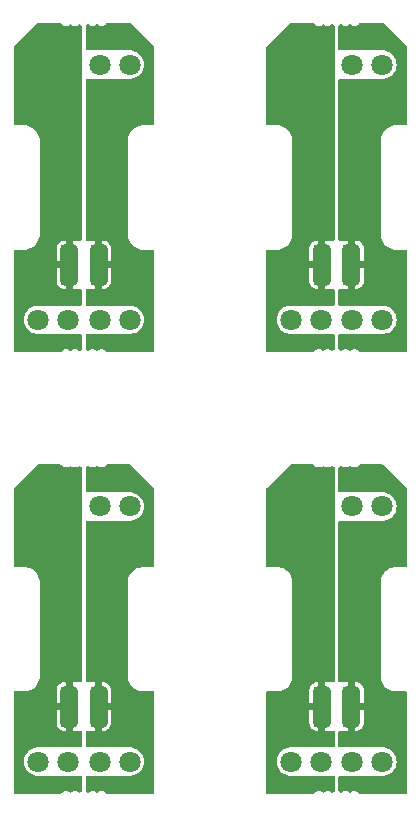
<source format=gbl>
G04 #@! TF.GenerationSoftware,KiCad,Pcbnew,(7.0.0-0)*
G04 #@! TF.CreationDate,2025-08-17T10:04:58+12:00*
G04 #@! TF.ProjectId,signal_panelized_X4,7369676e-616c-45f7-9061-6e656c697a65,rev?*
G04 #@! TF.SameCoordinates,Original*
G04 #@! TF.FileFunction,Copper,L2,Bot*
G04 #@! TF.FilePolarity,Positive*
%FSLAX46Y46*%
G04 Gerber Fmt 4.6, Leading zero omitted, Abs format (unit mm)*
G04 Created by KiCad (PCBNEW (7.0.0-0)) date 2025-08-17 10:04:58*
%MOMM*%
%LPD*%
G01*
G04 APERTURE LIST*
G04 Aperture macros list*
%AMRoundRect*
0 Rectangle with rounded corners*
0 $1 Rounding radius*
0 $2 $3 $4 $5 $6 $7 $8 $9 X,Y pos of 4 corners*
0 Add a 4 corners polygon primitive as box body*
4,1,4,$2,$3,$4,$5,$6,$7,$8,$9,$2,$3,0*
0 Add four circle primitives for the rounded corners*
1,1,$1+$1,$2,$3*
1,1,$1+$1,$4,$5*
1,1,$1+$1,$6,$7*
1,1,$1+$1,$8,$9*
0 Add four rect primitives between the rounded corners*
20,1,$1+$1,$2,$3,$4,$5,0*
20,1,$1+$1,$4,$5,$6,$7,0*
20,1,$1+$1,$6,$7,$8,$9,0*
20,1,$1+$1,$8,$9,$2,$3,0*%
G04 Aperture macros list end*
G04 #@! TA.AperFunction,ComponentPad*
%ADD10C,1.800000*%
G04 #@! TD*
G04 #@! TA.AperFunction,SMDPad,CuDef*
%ADD11RoundRect,0.375000X-0.375000X-1.375000X0.375000X-1.375000X0.375000X1.375000X-0.375000X1.375000X0*%
G04 #@! TD*
G04 #@! TA.AperFunction,ViaPad*
%ADD12C,0.600000*%
G04 #@! TD*
G04 APERTURE END LIST*
D10*
X174120000Y-123850000D03*
X171580000Y-123850000D03*
X176780000Y-102250000D03*
X179320000Y-102250000D03*
D11*
X176700000Y-119200000D03*
X174200000Y-119200000D03*
D10*
X176780000Y-123850000D03*
X179320000Y-123850000D03*
X155380000Y-123850000D03*
X157920000Y-123850000D03*
X155380000Y-102250000D03*
X157920000Y-102250000D03*
X152720000Y-123850000D03*
X150180000Y-123850000D03*
D11*
X155300000Y-119200000D03*
X152800000Y-119200000D03*
X176700000Y-81800000D03*
X174200000Y-81800000D03*
D10*
X176780000Y-64850000D03*
X179320000Y-64850000D03*
X176780000Y-86450000D03*
X179320000Y-86450000D03*
X174120000Y-86450000D03*
X171580000Y-86450000D03*
D11*
X155300000Y-81800000D03*
X152800000Y-81800000D03*
D10*
X152720000Y-86450000D03*
X150180000Y-86450000D03*
X155380000Y-64850000D03*
X157920000Y-64850000D03*
X155380000Y-86450000D03*
X157920000Y-86450000D03*
D12*
X177100000Y-112650000D03*
X173800000Y-112650000D03*
X176300000Y-112650000D03*
X174600000Y-112650000D03*
X173000000Y-112650000D03*
X177900000Y-112650000D03*
X153200000Y-112650000D03*
X154900000Y-112650000D03*
X155700000Y-112650000D03*
X151600000Y-112650000D03*
X156500000Y-112650000D03*
X152400000Y-112650000D03*
X174600000Y-75250000D03*
X176300000Y-75250000D03*
X177100000Y-75250000D03*
X173000000Y-75250000D03*
X177900000Y-75250000D03*
X173800000Y-75250000D03*
X155700000Y-75250000D03*
X154900000Y-75250000D03*
X156500000Y-75250000D03*
X151600000Y-75250000D03*
X153200000Y-75250000D03*
X152400000Y-75250000D03*
G04 #@! TA.AperFunction,Conductor*
G36*
X157968242Y-61308034D02*
G01*
X158000360Y-61329494D01*
X159970504Y-63299638D01*
X159991964Y-63331756D01*
X159999500Y-63369642D01*
X159999500Y-69900500D01*
X159986237Y-69950000D01*
X159950000Y-69986237D01*
X159900500Y-69999500D01*
X159094170Y-69999500D01*
X159050000Y-69999500D01*
X158951583Y-69999500D01*
X158947739Y-70000108D01*
X158947736Y-70000109D01*
X158761020Y-70029681D01*
X158761009Y-70029683D01*
X158757174Y-70030291D01*
X158753479Y-70031491D01*
X158753473Y-70031493D01*
X158573674Y-70089913D01*
X158573661Y-70089918D01*
X158569975Y-70091116D01*
X158566513Y-70092879D01*
X158566508Y-70092882D01*
X158398061Y-70178709D01*
X158398051Y-70178714D01*
X158394595Y-70180476D01*
X158391451Y-70182759D01*
X158391448Y-70182762D01*
X158238493Y-70293891D01*
X158238490Y-70293893D01*
X158235354Y-70296172D01*
X158232616Y-70298909D01*
X158232610Y-70298915D01*
X158098915Y-70432610D01*
X158098909Y-70432616D01*
X158096172Y-70435354D01*
X158093893Y-70438490D01*
X158093891Y-70438493D01*
X158045275Y-70505408D01*
X157980476Y-70594595D01*
X157978714Y-70598051D01*
X157978709Y-70598061D01*
X157892882Y-70766508D01*
X157892879Y-70766513D01*
X157891116Y-70769975D01*
X157889918Y-70773661D01*
X157889913Y-70773674D01*
X157831493Y-70953473D01*
X157831491Y-70953479D01*
X157830291Y-70957174D01*
X157829683Y-70961009D01*
X157829681Y-70961020D01*
X157807071Y-71103780D01*
X157799500Y-71151583D01*
X157799500Y-71225326D01*
X157799500Y-79205830D01*
X157799500Y-79250000D01*
X157799500Y-79348417D01*
X157800108Y-79352261D01*
X157800109Y-79352263D01*
X157829681Y-79538979D01*
X157829683Y-79538987D01*
X157830291Y-79542826D01*
X157831492Y-79546523D01*
X157831493Y-79546526D01*
X157889913Y-79726325D01*
X157889916Y-79726333D01*
X157891116Y-79730025D01*
X157892881Y-79733490D01*
X157892882Y-79733491D01*
X157974653Y-79893978D01*
X157980476Y-79905405D01*
X158096172Y-80064646D01*
X158235354Y-80203828D01*
X158394595Y-80319524D01*
X158569975Y-80408884D01*
X158757174Y-80469709D01*
X158951583Y-80500500D01*
X159025326Y-80500500D01*
X159050000Y-80500500D01*
X159094170Y-80500500D01*
X159900500Y-80500500D01*
X159950000Y-80513763D01*
X159986237Y-80550000D01*
X159999500Y-80599500D01*
X159999500Y-89100500D01*
X159986237Y-89150000D01*
X159950000Y-89186236D01*
X159900500Y-89199500D01*
X156050063Y-89199502D01*
X156050045Y-89199500D01*
X156050045Y-89199499D01*
X156050041Y-89199498D01*
X156050034Y-89199498D01*
X156038008Y-89199498D01*
X156029481Y-89197321D01*
X156029320Y-89197304D01*
X156029306Y-89197301D01*
X156029311Y-89197277D01*
X155990566Y-89187386D01*
X155954733Y-89154023D01*
X155932143Y-89118872D01*
X155823373Y-89024623D01*
X155816926Y-89021678D01*
X155816925Y-89021678D01*
X155698902Y-88967778D01*
X155698899Y-88967777D01*
X155692457Y-88964835D01*
X155685446Y-88963827D01*
X155685443Y-88963826D01*
X155589308Y-88950004D01*
X155589300Y-88950003D01*
X155585799Y-88949500D01*
X155514201Y-88949500D01*
X155510700Y-88950003D01*
X155510691Y-88950004D01*
X155414556Y-88963826D01*
X155414551Y-88963827D01*
X155407543Y-88964835D01*
X155401102Y-88967776D01*
X155401097Y-88967778D01*
X155283070Y-89021680D01*
X155283067Y-89021681D01*
X155276627Y-89024623D01*
X155271279Y-89029256D01*
X155271274Y-89029260D01*
X155239827Y-89056509D01*
X155198337Y-89077898D01*
X155151657Y-89077897D01*
X155110167Y-89056507D01*
X155078728Y-89029265D01*
X155078727Y-89029264D01*
X155073373Y-89024625D01*
X155066926Y-89021680D01*
X155066925Y-89021680D01*
X154948902Y-88967780D01*
X154948899Y-88967779D01*
X154942457Y-88964837D01*
X154935446Y-88963829D01*
X154935443Y-88963828D01*
X154839308Y-88950006D01*
X154839300Y-88950005D01*
X154835799Y-88949502D01*
X154764201Y-88949502D01*
X154760700Y-88950005D01*
X154760691Y-88950006D01*
X154664556Y-88963828D01*
X154664551Y-88963829D01*
X154657543Y-88964837D01*
X154651102Y-88967778D01*
X154651097Y-88967780D01*
X154533067Y-89021683D01*
X154533062Y-89021686D01*
X154526627Y-89024625D01*
X154521279Y-89029258D01*
X154521274Y-89029262D01*
X154489839Y-89056500D01*
X154448349Y-89077889D01*
X154401669Y-89077889D01*
X154360179Y-89056500D01*
X154328746Y-89029264D01*
X154328741Y-89029260D01*
X154323391Y-89024625D01*
X154316949Y-89021683D01*
X154316946Y-89021681D01*
X154257873Y-88994703D01*
X154215716Y-88958173D01*
X154200000Y-88904650D01*
X154200000Y-87749000D01*
X154213263Y-87699500D01*
X154249500Y-87663263D01*
X154299000Y-87650000D01*
X155263359Y-87650000D01*
X155266976Y-87650167D01*
X155268757Y-87650500D01*
X155486668Y-87650500D01*
X155491243Y-87650500D01*
X155493023Y-87650167D01*
X155496641Y-87650000D01*
X157803359Y-87650000D01*
X157806976Y-87650167D01*
X157808757Y-87650500D01*
X158026660Y-87650500D01*
X158031243Y-87650500D01*
X158249940Y-87609618D01*
X158457401Y-87529247D01*
X158646562Y-87412124D01*
X158810981Y-87262236D01*
X158945058Y-87084689D01*
X159044229Y-86885528D01*
X159105115Y-86671536D01*
X159125643Y-86450000D01*
X159105115Y-86228464D01*
X159044229Y-86014472D01*
X158945058Y-85815311D01*
X158810981Y-85637764D01*
X158646562Y-85487876D01*
X158457401Y-85370753D01*
X158453138Y-85369101D01*
X158453133Y-85369099D01*
X158254209Y-85292035D01*
X158254201Y-85292032D01*
X158249940Y-85290382D01*
X158245436Y-85289540D01*
X158035749Y-85250342D01*
X158035745Y-85250341D01*
X158031243Y-85249500D01*
X157808757Y-85249500D01*
X157806976Y-85249832D01*
X157803359Y-85250000D01*
X155496641Y-85250000D01*
X155493023Y-85249832D01*
X155491243Y-85249500D01*
X155268757Y-85249500D01*
X155266976Y-85249832D01*
X155263359Y-85250000D01*
X154299000Y-85250000D01*
X154249500Y-85236737D01*
X154213263Y-85200500D01*
X154200000Y-85151000D01*
X154200000Y-83949000D01*
X154213263Y-83899500D01*
X154249500Y-83863263D01*
X154299000Y-83850000D01*
X154986967Y-83850000D01*
X154997245Y-83847245D01*
X155000000Y-83836967D01*
X155000000Y-83836966D01*
X155600000Y-83836966D01*
X155602754Y-83847244D01*
X155613033Y-83849999D01*
X155727327Y-83849999D01*
X155731779Y-83849797D01*
X155792353Y-83844293D01*
X155802564Y-83842262D01*
X155948340Y-83796837D01*
X155959193Y-83791952D01*
X156089218Y-83713349D01*
X156098573Y-83706021D01*
X156206021Y-83598573D01*
X156213349Y-83589218D01*
X156291952Y-83459193D01*
X156296837Y-83448340D01*
X156342261Y-83302567D01*
X156344293Y-83292352D01*
X156349796Y-83231798D01*
X156350000Y-83227307D01*
X156350000Y-82113033D01*
X156347245Y-82102754D01*
X156336967Y-82100000D01*
X155613033Y-82100000D01*
X155602754Y-82102754D01*
X155600000Y-82113033D01*
X155600000Y-83836966D01*
X155000000Y-83836966D01*
X155000000Y-81486967D01*
X155600000Y-81486967D01*
X155602754Y-81497245D01*
X155613033Y-81500000D01*
X156336966Y-81500000D01*
X156347244Y-81497245D01*
X156349999Y-81486967D01*
X156349999Y-80372673D01*
X156349797Y-80368220D01*
X156344293Y-80307646D01*
X156342262Y-80297435D01*
X156296837Y-80151659D01*
X156291952Y-80140806D01*
X156213349Y-80010781D01*
X156206021Y-80001426D01*
X156098573Y-79893978D01*
X156089218Y-79886650D01*
X155959193Y-79808047D01*
X155948340Y-79803162D01*
X155802567Y-79757738D01*
X155792352Y-79755706D01*
X155731798Y-79750203D01*
X155727307Y-79750000D01*
X155613033Y-79750000D01*
X155602754Y-79752754D01*
X155600000Y-79763033D01*
X155600000Y-81486967D01*
X155000000Y-81486967D01*
X155000000Y-79763034D01*
X154997245Y-79752755D01*
X154986967Y-79750001D01*
X154950004Y-79750001D01*
X154950000Y-79750001D01*
X154950000Y-79750000D01*
X154299000Y-79750000D01*
X154249500Y-79736737D01*
X154213263Y-79700500D01*
X154200000Y-79651000D01*
X154200000Y-66149000D01*
X154213263Y-66099500D01*
X154249500Y-66063263D01*
X154299000Y-66050000D01*
X155263359Y-66050000D01*
X155266976Y-66050167D01*
X155268757Y-66050500D01*
X155486668Y-66050500D01*
X155491243Y-66050500D01*
X155493023Y-66050167D01*
X155496641Y-66050000D01*
X157803359Y-66050000D01*
X157806976Y-66050167D01*
X157808757Y-66050500D01*
X158026660Y-66050500D01*
X158031243Y-66050500D01*
X158249940Y-66009618D01*
X158457401Y-65929247D01*
X158646562Y-65812124D01*
X158810981Y-65662236D01*
X158945058Y-65484689D01*
X159044229Y-65285528D01*
X159105115Y-65071536D01*
X159125643Y-64850000D01*
X159105115Y-64628464D01*
X159044229Y-64414472D01*
X158945058Y-64215311D01*
X158810981Y-64037764D01*
X158646562Y-63887876D01*
X158457401Y-63770753D01*
X158453138Y-63769101D01*
X158453133Y-63769099D01*
X158254209Y-63692035D01*
X158254201Y-63692032D01*
X158249940Y-63690382D01*
X158245436Y-63689540D01*
X158035749Y-63650342D01*
X158035745Y-63650341D01*
X158031243Y-63649500D01*
X157808757Y-63649500D01*
X157806976Y-63649832D01*
X157803359Y-63650000D01*
X155496641Y-63650000D01*
X155493023Y-63649832D01*
X155491243Y-63649500D01*
X155268757Y-63649500D01*
X155266976Y-63649832D01*
X155263359Y-63650000D01*
X154299000Y-63650000D01*
X154249500Y-63636737D01*
X154213263Y-63600500D01*
X154200000Y-63551000D01*
X154200000Y-61595333D01*
X154215716Y-61541810D01*
X154257873Y-61505280D01*
X154259123Y-61504708D01*
X154323355Y-61475375D01*
X154360162Y-61443481D01*
X154401651Y-61422093D01*
X154448331Y-61422093D01*
X154489819Y-61443481D01*
X154526627Y-61475375D01*
X154657543Y-61535163D01*
X154764201Y-61550498D01*
X154832256Y-61550498D01*
X154835799Y-61550498D01*
X154942457Y-61535163D01*
X155073373Y-61475375D01*
X155110169Y-61443490D01*
X155151660Y-61422101D01*
X155198340Y-61422101D01*
X155239830Y-61443490D01*
X155276627Y-61475375D01*
X155407543Y-61535163D01*
X155514201Y-61550498D01*
X155582256Y-61550498D01*
X155585799Y-61550498D01*
X155692457Y-61535163D01*
X155823373Y-61475375D01*
X155932143Y-61381126D01*
X155954732Y-61345975D01*
X155990569Y-61312608D01*
X156038015Y-61300498D01*
X157930360Y-61300498D01*
X157968242Y-61308034D01*
G37*
G04 #@! TD.AperFunction*
G04 #@! TA.AperFunction,Conductor*
G36*
X152049955Y-61300499D02*
G01*
X152049955Y-61300501D01*
X152061983Y-61300501D01*
X152074662Y-61303737D01*
X152075446Y-61303840D01*
X152075461Y-61303844D01*
X152075436Y-61303934D01*
X152109427Y-61312610D01*
X152145265Y-61345976D01*
X152164026Y-61375168D01*
X152164028Y-61375171D01*
X152167857Y-61381128D01*
X152276627Y-61475377D01*
X152407543Y-61535165D01*
X152514201Y-61550500D01*
X152582256Y-61550500D01*
X152585799Y-61550500D01*
X152692457Y-61535165D01*
X152823373Y-61475377D01*
X152860170Y-61443491D01*
X152901661Y-61422102D01*
X152948341Y-61422102D01*
X152989831Y-61443491D01*
X153026627Y-61475375D01*
X153157543Y-61535163D01*
X153264201Y-61550498D01*
X153332256Y-61550498D01*
X153335799Y-61550498D01*
X153442457Y-61535163D01*
X153573373Y-61475375D01*
X153610160Y-61443498D01*
X153651651Y-61422109D01*
X153698331Y-61422109D01*
X153739821Y-61443498D01*
X153776609Y-61475375D01*
X153783050Y-61478316D01*
X153783051Y-61478317D01*
X153842127Y-61505297D01*
X153884284Y-61541827D01*
X153900000Y-61595350D01*
X153900000Y-79651000D01*
X153886737Y-79700500D01*
X153850500Y-79736737D01*
X153801000Y-79750000D01*
X153113033Y-79750000D01*
X153102754Y-79752754D01*
X153100000Y-79763033D01*
X153100000Y-83836966D01*
X153102754Y-83847244D01*
X153113033Y-83849999D01*
X153149996Y-83849999D01*
X153150000Y-83850000D01*
X153150004Y-83850000D01*
X153801000Y-83850000D01*
X153850500Y-83863263D01*
X153886737Y-83899500D01*
X153900000Y-83949000D01*
X153900000Y-85151000D01*
X153886737Y-85200500D01*
X153850500Y-85236737D01*
X153801000Y-85250000D01*
X152836641Y-85250000D01*
X152833023Y-85249832D01*
X152831243Y-85249500D01*
X152608757Y-85249500D01*
X152606976Y-85249832D01*
X152603359Y-85250000D01*
X150296641Y-85250000D01*
X150293023Y-85249832D01*
X150291243Y-85249500D01*
X150068757Y-85249500D01*
X150064255Y-85250341D01*
X150064250Y-85250342D01*
X149854563Y-85289540D01*
X149854560Y-85289540D01*
X149850060Y-85290382D01*
X149845801Y-85292031D01*
X149845790Y-85292035D01*
X149646866Y-85369099D01*
X149646857Y-85369103D01*
X149642599Y-85370753D01*
X149638713Y-85373158D01*
X149638709Y-85373161D01*
X149457326Y-85485468D01*
X149457321Y-85485471D01*
X149453438Y-85487876D01*
X149450063Y-85490952D01*
X149450056Y-85490958D01*
X149292395Y-85634686D01*
X149289019Y-85637764D01*
X149286268Y-85641406D01*
X149286266Y-85641409D01*
X149157697Y-85811661D01*
X149157690Y-85811670D01*
X149154942Y-85815311D01*
X149152904Y-85819403D01*
X149152902Y-85819407D01*
X149057813Y-86010370D01*
X149057811Y-86010375D01*
X149055771Y-86014472D01*
X149054520Y-86018866D01*
X149054517Y-86018876D01*
X148996135Y-86224068D01*
X148996133Y-86224075D01*
X148994885Y-86228464D01*
X148974357Y-86450000D01*
X148994885Y-86671536D01*
X148996134Y-86675926D01*
X148996135Y-86675931D01*
X149054517Y-86881123D01*
X149054519Y-86881129D01*
X149055771Y-86885528D01*
X149154942Y-87084689D01*
X149157694Y-87088333D01*
X149157697Y-87088338D01*
X149235480Y-87191339D01*
X149289019Y-87262236D01*
X149453438Y-87412124D01*
X149642599Y-87529247D01*
X149646866Y-87530900D01*
X149845790Y-87607964D01*
X149845792Y-87607964D01*
X149850060Y-87609618D01*
X150068757Y-87650500D01*
X150286668Y-87650500D01*
X150291243Y-87650500D01*
X150293023Y-87650167D01*
X150296641Y-87650000D01*
X152603359Y-87650000D01*
X152606976Y-87650167D01*
X152608757Y-87650500D01*
X152826668Y-87650500D01*
X152831243Y-87650500D01*
X152833023Y-87650167D01*
X152836641Y-87650000D01*
X153801000Y-87650000D01*
X153850500Y-87663263D01*
X153886737Y-87699500D01*
X153900000Y-87749000D01*
X153900000Y-88904667D01*
X153884284Y-88958190D01*
X153842127Y-88994720D01*
X153783083Y-89021684D01*
X153783078Y-89021686D01*
X153776645Y-89024625D01*
X153771298Y-89029258D01*
X153771292Y-89029262D01*
X153739839Y-89056516D01*
X153698349Y-89077905D01*
X153651669Y-89077905D01*
X153610179Y-89056516D01*
X153578725Y-89029262D01*
X153578722Y-89029260D01*
X153573373Y-89024625D01*
X153566934Y-89021684D01*
X153566932Y-89021683D01*
X153448902Y-88967780D01*
X153448899Y-88967779D01*
X153442457Y-88964837D01*
X153435446Y-88963829D01*
X153435443Y-88963828D01*
X153339308Y-88950006D01*
X153339300Y-88950005D01*
X153335799Y-88949502D01*
X153264201Y-88949502D01*
X153260700Y-88950005D01*
X153260691Y-88950006D01*
X153164556Y-88963828D01*
X153164551Y-88963829D01*
X153157543Y-88964837D01*
X153151102Y-88967778D01*
X153151097Y-88967780D01*
X153033067Y-89021683D01*
X153033062Y-89021686D01*
X153026627Y-89024625D01*
X153021279Y-89029258D01*
X153021274Y-89029262D01*
X152989830Y-89056508D01*
X152948340Y-89077897D01*
X152901660Y-89077897D01*
X152860170Y-89056508D01*
X152828725Y-89029262D01*
X152828722Y-89029260D01*
X152823373Y-89024625D01*
X152816934Y-89021684D01*
X152816932Y-89021683D01*
X152698902Y-88967780D01*
X152698899Y-88967779D01*
X152692457Y-88964837D01*
X152685446Y-88963829D01*
X152685443Y-88963828D01*
X152589308Y-88950006D01*
X152589300Y-88950005D01*
X152585799Y-88949502D01*
X152514201Y-88949502D01*
X152510700Y-88950005D01*
X152510691Y-88950006D01*
X152414556Y-88963828D01*
X152414551Y-88963829D01*
X152407543Y-88964837D01*
X152401102Y-88967778D01*
X152401097Y-88967780D01*
X152283074Y-89021680D01*
X152283070Y-89021682D01*
X152276627Y-89024625D01*
X152271275Y-89029262D01*
X152271271Y-89029265D01*
X152174991Y-89112692D01*
X152167857Y-89118874D01*
X152164032Y-89124825D01*
X152164030Y-89124828D01*
X152145267Y-89154025D01*
X152109428Y-89187391D01*
X152061983Y-89199501D01*
X148199500Y-89199500D01*
X148150000Y-89186237D01*
X148113763Y-89150000D01*
X148100500Y-89100500D01*
X148100500Y-83227327D01*
X151750001Y-83227327D01*
X151750202Y-83231779D01*
X151755706Y-83292353D01*
X151757737Y-83302564D01*
X151803162Y-83448340D01*
X151808047Y-83459193D01*
X151886650Y-83589218D01*
X151893978Y-83598573D01*
X152001426Y-83706021D01*
X152010781Y-83713349D01*
X152140806Y-83791952D01*
X152151659Y-83796837D01*
X152297432Y-83842261D01*
X152307647Y-83844293D01*
X152368201Y-83849796D01*
X152372693Y-83850000D01*
X152486967Y-83850000D01*
X152497245Y-83847245D01*
X152500000Y-83836967D01*
X152500000Y-82113033D01*
X152497245Y-82102754D01*
X152486967Y-82100000D01*
X151763034Y-82100000D01*
X151752755Y-82102754D01*
X151750001Y-82113033D01*
X151750001Y-83227327D01*
X148100500Y-83227327D01*
X148100500Y-81486967D01*
X151750000Y-81486967D01*
X151752754Y-81497245D01*
X151763033Y-81500000D01*
X152486967Y-81500000D01*
X152497245Y-81497245D01*
X152500000Y-81486967D01*
X152500000Y-79763034D01*
X152497245Y-79752755D01*
X152486967Y-79750001D01*
X152372673Y-79750001D01*
X152368220Y-79750202D01*
X152307646Y-79755706D01*
X152297435Y-79757737D01*
X152151659Y-79803162D01*
X152140806Y-79808047D01*
X152010781Y-79886650D01*
X152001426Y-79893978D01*
X151893978Y-80001426D01*
X151886650Y-80010781D01*
X151808047Y-80140806D01*
X151803162Y-80151659D01*
X151757738Y-80297432D01*
X151755706Y-80307647D01*
X151750203Y-80368201D01*
X151750000Y-80372693D01*
X151750000Y-81486967D01*
X148100500Y-81486967D01*
X148100500Y-80599500D01*
X148113763Y-80550000D01*
X148150000Y-80513763D01*
X148199500Y-80500500D01*
X149144524Y-80500500D01*
X149148417Y-80500500D01*
X149342826Y-80469709D01*
X149530025Y-80408884D01*
X149705405Y-80319524D01*
X149864646Y-80203828D01*
X150003828Y-80064646D01*
X150119524Y-79905405D01*
X150208884Y-79730025D01*
X150269709Y-79542826D01*
X150300500Y-79348417D01*
X150300500Y-79250000D01*
X150300500Y-79205830D01*
X150300500Y-71225326D01*
X150300500Y-71151583D01*
X150269709Y-70957174D01*
X150208884Y-70769975D01*
X150119524Y-70594595D01*
X150003828Y-70435354D01*
X149864646Y-70296172D01*
X149705405Y-70180476D01*
X149701942Y-70178711D01*
X149701938Y-70178709D01*
X149533491Y-70092882D01*
X149533490Y-70092881D01*
X149530025Y-70091116D01*
X149526333Y-70089916D01*
X149526325Y-70089913D01*
X149346526Y-70031493D01*
X149346523Y-70031492D01*
X149342826Y-70030291D01*
X149338987Y-70029683D01*
X149338979Y-70029681D01*
X149152263Y-70000109D01*
X149152261Y-70000108D01*
X149148417Y-69999500D01*
X149144524Y-69999500D01*
X148199500Y-69999500D01*
X148150000Y-69986237D01*
X148113763Y-69950000D01*
X148100500Y-69900500D01*
X148100500Y-63369642D01*
X148108036Y-63331756D01*
X148129496Y-63299638D01*
X148398840Y-63030294D01*
X150099641Y-61329491D01*
X150131756Y-61308034D01*
X150169637Y-61300498D01*
X152049937Y-61300497D01*
X152049955Y-61300499D01*
G37*
G04 #@! TD.AperFunction*
G04 #@! TA.AperFunction,Conductor*
G36*
X173449955Y-61300499D02*
G01*
X173449955Y-61300501D01*
X173461983Y-61300501D01*
X173474662Y-61303737D01*
X173475446Y-61303840D01*
X173475461Y-61303844D01*
X173475436Y-61303934D01*
X173509427Y-61312610D01*
X173545265Y-61345976D01*
X173564026Y-61375168D01*
X173564028Y-61375171D01*
X173567857Y-61381128D01*
X173676627Y-61475377D01*
X173807543Y-61535165D01*
X173914201Y-61550500D01*
X173982256Y-61550500D01*
X173985799Y-61550500D01*
X174092457Y-61535165D01*
X174223373Y-61475377D01*
X174260170Y-61443491D01*
X174301661Y-61422102D01*
X174348341Y-61422102D01*
X174389831Y-61443491D01*
X174426627Y-61475375D01*
X174557543Y-61535163D01*
X174664201Y-61550498D01*
X174732256Y-61550498D01*
X174735799Y-61550498D01*
X174842457Y-61535163D01*
X174973373Y-61475375D01*
X175010160Y-61443498D01*
X175051651Y-61422109D01*
X175098331Y-61422109D01*
X175139821Y-61443498D01*
X175176609Y-61475375D01*
X175183050Y-61478316D01*
X175183051Y-61478317D01*
X175242127Y-61505297D01*
X175284284Y-61541827D01*
X175300000Y-61595350D01*
X175300000Y-79651000D01*
X175286737Y-79700500D01*
X175250500Y-79736737D01*
X175201000Y-79750000D01*
X174513033Y-79750000D01*
X174502754Y-79752754D01*
X174500000Y-79763033D01*
X174500000Y-83836966D01*
X174502754Y-83847244D01*
X174513033Y-83849999D01*
X174549996Y-83849999D01*
X174550000Y-83850000D01*
X174550004Y-83850000D01*
X175201000Y-83850000D01*
X175250500Y-83863263D01*
X175286737Y-83899500D01*
X175300000Y-83949000D01*
X175300000Y-85151000D01*
X175286737Y-85200500D01*
X175250500Y-85236737D01*
X175201000Y-85250000D01*
X174236641Y-85250000D01*
X174233023Y-85249832D01*
X174231243Y-85249500D01*
X174008757Y-85249500D01*
X174006976Y-85249832D01*
X174003359Y-85250000D01*
X171696641Y-85250000D01*
X171693023Y-85249832D01*
X171691243Y-85249500D01*
X171468757Y-85249500D01*
X171464255Y-85250341D01*
X171464250Y-85250342D01*
X171254563Y-85289540D01*
X171254560Y-85289540D01*
X171250060Y-85290382D01*
X171245801Y-85292031D01*
X171245790Y-85292035D01*
X171046866Y-85369099D01*
X171046857Y-85369103D01*
X171042599Y-85370753D01*
X171038713Y-85373158D01*
X171038709Y-85373161D01*
X170857326Y-85485468D01*
X170857321Y-85485471D01*
X170853438Y-85487876D01*
X170850063Y-85490952D01*
X170850056Y-85490958D01*
X170692395Y-85634686D01*
X170689019Y-85637764D01*
X170686268Y-85641406D01*
X170686266Y-85641409D01*
X170557697Y-85811661D01*
X170557690Y-85811670D01*
X170554942Y-85815311D01*
X170552904Y-85819403D01*
X170552902Y-85819407D01*
X170457813Y-86010370D01*
X170457811Y-86010375D01*
X170455771Y-86014472D01*
X170454520Y-86018866D01*
X170454517Y-86018876D01*
X170396135Y-86224068D01*
X170396133Y-86224075D01*
X170394885Y-86228464D01*
X170374357Y-86450000D01*
X170394885Y-86671536D01*
X170396134Y-86675926D01*
X170396135Y-86675931D01*
X170454517Y-86881123D01*
X170454519Y-86881129D01*
X170455771Y-86885528D01*
X170554942Y-87084689D01*
X170557694Y-87088333D01*
X170557697Y-87088338D01*
X170635480Y-87191339D01*
X170689019Y-87262236D01*
X170853438Y-87412124D01*
X171042599Y-87529247D01*
X171046866Y-87530900D01*
X171245790Y-87607964D01*
X171245792Y-87607964D01*
X171250060Y-87609618D01*
X171468757Y-87650500D01*
X171686668Y-87650500D01*
X171691243Y-87650500D01*
X171693023Y-87650167D01*
X171696641Y-87650000D01*
X174003359Y-87650000D01*
X174006976Y-87650167D01*
X174008757Y-87650500D01*
X174226668Y-87650500D01*
X174231243Y-87650500D01*
X174233023Y-87650167D01*
X174236641Y-87650000D01*
X175201000Y-87650000D01*
X175250500Y-87663263D01*
X175286737Y-87699500D01*
X175300000Y-87749000D01*
X175300000Y-88904667D01*
X175284284Y-88958190D01*
X175242127Y-88994720D01*
X175183083Y-89021684D01*
X175183078Y-89021686D01*
X175176645Y-89024625D01*
X175171298Y-89029258D01*
X175171292Y-89029262D01*
X175139839Y-89056516D01*
X175098349Y-89077905D01*
X175051669Y-89077905D01*
X175010179Y-89056516D01*
X174978725Y-89029262D01*
X174978722Y-89029260D01*
X174973373Y-89024625D01*
X174966934Y-89021684D01*
X174966932Y-89021683D01*
X174848902Y-88967780D01*
X174848899Y-88967779D01*
X174842457Y-88964837D01*
X174835446Y-88963829D01*
X174835443Y-88963828D01*
X174739308Y-88950006D01*
X174739300Y-88950005D01*
X174735799Y-88949502D01*
X174664201Y-88949502D01*
X174660700Y-88950005D01*
X174660691Y-88950006D01*
X174564556Y-88963828D01*
X174564551Y-88963829D01*
X174557543Y-88964837D01*
X174551102Y-88967778D01*
X174551097Y-88967780D01*
X174433067Y-89021683D01*
X174433062Y-89021686D01*
X174426627Y-89024625D01*
X174421279Y-89029258D01*
X174421274Y-89029262D01*
X174389830Y-89056508D01*
X174348340Y-89077897D01*
X174301660Y-89077897D01*
X174260170Y-89056508D01*
X174228725Y-89029262D01*
X174228722Y-89029260D01*
X174223373Y-89024625D01*
X174216934Y-89021684D01*
X174216932Y-89021683D01*
X174098902Y-88967780D01*
X174098899Y-88967779D01*
X174092457Y-88964837D01*
X174085446Y-88963829D01*
X174085443Y-88963828D01*
X173989308Y-88950006D01*
X173989300Y-88950005D01*
X173985799Y-88949502D01*
X173914201Y-88949502D01*
X173910700Y-88950005D01*
X173910691Y-88950006D01*
X173814556Y-88963828D01*
X173814551Y-88963829D01*
X173807543Y-88964837D01*
X173801102Y-88967778D01*
X173801097Y-88967780D01*
X173683074Y-89021680D01*
X173683070Y-89021682D01*
X173676627Y-89024625D01*
X173671275Y-89029262D01*
X173671271Y-89029265D01*
X173574991Y-89112692D01*
X173567857Y-89118874D01*
X173564032Y-89124825D01*
X173564030Y-89124828D01*
X173545267Y-89154025D01*
X173509428Y-89187391D01*
X173461983Y-89199501D01*
X169599500Y-89199500D01*
X169550000Y-89186237D01*
X169513763Y-89150000D01*
X169500500Y-89100500D01*
X169500500Y-83227327D01*
X173150001Y-83227327D01*
X173150202Y-83231779D01*
X173155706Y-83292353D01*
X173157737Y-83302564D01*
X173203162Y-83448340D01*
X173208047Y-83459193D01*
X173286650Y-83589218D01*
X173293978Y-83598573D01*
X173401426Y-83706021D01*
X173410781Y-83713349D01*
X173540806Y-83791952D01*
X173551659Y-83796837D01*
X173697432Y-83842261D01*
X173707647Y-83844293D01*
X173768201Y-83849796D01*
X173772693Y-83850000D01*
X173886967Y-83850000D01*
X173897245Y-83847245D01*
X173900000Y-83836967D01*
X173900000Y-82113033D01*
X173897245Y-82102754D01*
X173886967Y-82100000D01*
X173163034Y-82100000D01*
X173152755Y-82102754D01*
X173150001Y-82113033D01*
X173150001Y-83227327D01*
X169500500Y-83227327D01*
X169500500Y-81486967D01*
X173150000Y-81486967D01*
X173152754Y-81497245D01*
X173163033Y-81500000D01*
X173886967Y-81500000D01*
X173897245Y-81497245D01*
X173900000Y-81486967D01*
X173900000Y-79763034D01*
X173897245Y-79752755D01*
X173886967Y-79750001D01*
X173772673Y-79750001D01*
X173768220Y-79750202D01*
X173707646Y-79755706D01*
X173697435Y-79757737D01*
X173551659Y-79803162D01*
X173540806Y-79808047D01*
X173410781Y-79886650D01*
X173401426Y-79893978D01*
X173293978Y-80001426D01*
X173286650Y-80010781D01*
X173208047Y-80140806D01*
X173203162Y-80151659D01*
X173157738Y-80297432D01*
X173155706Y-80307647D01*
X173150203Y-80368201D01*
X173150000Y-80372693D01*
X173150000Y-81486967D01*
X169500500Y-81486967D01*
X169500500Y-80599500D01*
X169513763Y-80550000D01*
X169550000Y-80513763D01*
X169599500Y-80500500D01*
X170544524Y-80500500D01*
X170548417Y-80500500D01*
X170742826Y-80469709D01*
X170930025Y-80408884D01*
X171105405Y-80319524D01*
X171264646Y-80203828D01*
X171403828Y-80064646D01*
X171519524Y-79905405D01*
X171608884Y-79730025D01*
X171669709Y-79542826D01*
X171700500Y-79348417D01*
X171700500Y-79250000D01*
X171700500Y-79205830D01*
X171700500Y-71225326D01*
X171700500Y-71151583D01*
X171669709Y-70957174D01*
X171608884Y-70769975D01*
X171519524Y-70594595D01*
X171403828Y-70435354D01*
X171264646Y-70296172D01*
X171105405Y-70180476D01*
X171101942Y-70178711D01*
X171101938Y-70178709D01*
X170933491Y-70092882D01*
X170933490Y-70092881D01*
X170930025Y-70091116D01*
X170926333Y-70089916D01*
X170926325Y-70089913D01*
X170746526Y-70031493D01*
X170746523Y-70031492D01*
X170742826Y-70030291D01*
X170738987Y-70029683D01*
X170738979Y-70029681D01*
X170552263Y-70000109D01*
X170552261Y-70000108D01*
X170548417Y-69999500D01*
X170544524Y-69999500D01*
X169599500Y-69999500D01*
X169550000Y-69986237D01*
X169513763Y-69950000D01*
X169500500Y-69900500D01*
X169500500Y-63369642D01*
X169508036Y-63331756D01*
X169529496Y-63299638D01*
X169798840Y-63030294D01*
X171499641Y-61329491D01*
X171531756Y-61308034D01*
X171569637Y-61300498D01*
X173449937Y-61300497D01*
X173449955Y-61300499D01*
G37*
G04 #@! TD.AperFunction*
G04 #@! TA.AperFunction,Conductor*
G36*
X179368242Y-61308034D02*
G01*
X179400360Y-61329494D01*
X181370504Y-63299638D01*
X181391964Y-63331756D01*
X181399500Y-63369642D01*
X181399500Y-69900500D01*
X181386237Y-69950000D01*
X181350000Y-69986237D01*
X181300500Y-69999500D01*
X180494170Y-69999500D01*
X180450000Y-69999500D01*
X180351583Y-69999500D01*
X180347739Y-70000108D01*
X180347736Y-70000109D01*
X180161020Y-70029681D01*
X180161009Y-70029683D01*
X180157174Y-70030291D01*
X180153479Y-70031491D01*
X180153473Y-70031493D01*
X179973674Y-70089913D01*
X179973661Y-70089918D01*
X179969975Y-70091116D01*
X179966513Y-70092879D01*
X179966508Y-70092882D01*
X179798061Y-70178709D01*
X179798051Y-70178714D01*
X179794595Y-70180476D01*
X179791451Y-70182759D01*
X179791448Y-70182762D01*
X179638493Y-70293891D01*
X179638490Y-70293893D01*
X179635354Y-70296172D01*
X179632616Y-70298909D01*
X179632610Y-70298915D01*
X179498915Y-70432610D01*
X179498909Y-70432616D01*
X179496172Y-70435354D01*
X179493893Y-70438490D01*
X179493891Y-70438493D01*
X179445275Y-70505408D01*
X179380476Y-70594595D01*
X179378714Y-70598051D01*
X179378709Y-70598061D01*
X179292882Y-70766508D01*
X179292879Y-70766513D01*
X179291116Y-70769975D01*
X179289918Y-70773661D01*
X179289913Y-70773674D01*
X179231493Y-70953473D01*
X179231491Y-70953479D01*
X179230291Y-70957174D01*
X179229683Y-70961009D01*
X179229681Y-70961020D01*
X179207071Y-71103780D01*
X179199500Y-71151583D01*
X179199500Y-71225326D01*
X179199500Y-79205830D01*
X179199500Y-79250000D01*
X179199500Y-79348417D01*
X179200108Y-79352261D01*
X179200109Y-79352263D01*
X179229681Y-79538979D01*
X179229683Y-79538987D01*
X179230291Y-79542826D01*
X179231492Y-79546523D01*
X179231493Y-79546526D01*
X179289913Y-79726325D01*
X179289916Y-79726333D01*
X179291116Y-79730025D01*
X179292881Y-79733490D01*
X179292882Y-79733491D01*
X179374653Y-79893978D01*
X179380476Y-79905405D01*
X179496172Y-80064646D01*
X179635354Y-80203828D01*
X179794595Y-80319524D01*
X179969975Y-80408884D01*
X180157174Y-80469709D01*
X180351583Y-80500500D01*
X180425326Y-80500500D01*
X180450000Y-80500500D01*
X180494170Y-80500500D01*
X181300500Y-80500500D01*
X181350000Y-80513763D01*
X181386237Y-80550000D01*
X181399500Y-80599500D01*
X181399500Y-89100500D01*
X181386237Y-89150000D01*
X181350000Y-89186236D01*
X181300500Y-89199500D01*
X177450063Y-89199502D01*
X177450045Y-89199500D01*
X177450045Y-89199499D01*
X177450041Y-89199498D01*
X177450034Y-89199498D01*
X177438008Y-89199498D01*
X177429481Y-89197321D01*
X177429320Y-89197304D01*
X177429306Y-89197301D01*
X177429311Y-89197277D01*
X177390566Y-89187386D01*
X177354733Y-89154023D01*
X177332143Y-89118872D01*
X177223373Y-89024623D01*
X177216926Y-89021678D01*
X177216925Y-89021678D01*
X177098902Y-88967778D01*
X177098899Y-88967777D01*
X177092457Y-88964835D01*
X177085446Y-88963827D01*
X177085443Y-88963826D01*
X176989308Y-88950004D01*
X176989300Y-88950003D01*
X176985799Y-88949500D01*
X176914201Y-88949500D01*
X176910700Y-88950003D01*
X176910691Y-88950004D01*
X176814556Y-88963826D01*
X176814551Y-88963827D01*
X176807543Y-88964835D01*
X176801102Y-88967776D01*
X176801097Y-88967778D01*
X176683070Y-89021680D01*
X176683067Y-89021681D01*
X176676627Y-89024623D01*
X176671279Y-89029256D01*
X176671274Y-89029260D01*
X176639827Y-89056509D01*
X176598337Y-89077898D01*
X176551657Y-89077897D01*
X176510167Y-89056507D01*
X176478728Y-89029265D01*
X176478727Y-89029264D01*
X176473373Y-89024625D01*
X176466926Y-89021680D01*
X176466925Y-89021680D01*
X176348902Y-88967780D01*
X176348899Y-88967779D01*
X176342457Y-88964837D01*
X176335446Y-88963829D01*
X176335443Y-88963828D01*
X176239308Y-88950006D01*
X176239300Y-88950005D01*
X176235799Y-88949502D01*
X176164201Y-88949502D01*
X176160700Y-88950005D01*
X176160691Y-88950006D01*
X176064556Y-88963828D01*
X176064551Y-88963829D01*
X176057543Y-88964837D01*
X176051102Y-88967778D01*
X176051097Y-88967780D01*
X175933067Y-89021683D01*
X175933062Y-89021686D01*
X175926627Y-89024625D01*
X175921279Y-89029258D01*
X175921274Y-89029262D01*
X175889839Y-89056500D01*
X175848349Y-89077889D01*
X175801669Y-89077889D01*
X175760179Y-89056500D01*
X175728746Y-89029264D01*
X175728741Y-89029260D01*
X175723391Y-89024625D01*
X175716949Y-89021683D01*
X175716946Y-89021681D01*
X175657873Y-88994703D01*
X175615716Y-88958173D01*
X175600000Y-88904650D01*
X175600000Y-87749000D01*
X175613263Y-87699500D01*
X175649500Y-87663263D01*
X175699000Y-87650000D01*
X176663359Y-87650000D01*
X176666976Y-87650167D01*
X176668757Y-87650500D01*
X176886668Y-87650500D01*
X176891243Y-87650500D01*
X176893023Y-87650167D01*
X176896641Y-87650000D01*
X179203359Y-87650000D01*
X179206976Y-87650167D01*
X179208757Y-87650500D01*
X179426660Y-87650500D01*
X179431243Y-87650500D01*
X179649940Y-87609618D01*
X179857401Y-87529247D01*
X180046562Y-87412124D01*
X180210981Y-87262236D01*
X180345058Y-87084689D01*
X180444229Y-86885528D01*
X180505115Y-86671536D01*
X180525643Y-86450000D01*
X180505115Y-86228464D01*
X180444229Y-86014472D01*
X180345058Y-85815311D01*
X180210981Y-85637764D01*
X180046562Y-85487876D01*
X179857401Y-85370753D01*
X179853138Y-85369101D01*
X179853133Y-85369099D01*
X179654209Y-85292035D01*
X179654201Y-85292032D01*
X179649940Y-85290382D01*
X179645436Y-85289540D01*
X179435749Y-85250342D01*
X179435745Y-85250341D01*
X179431243Y-85249500D01*
X179208757Y-85249500D01*
X179206976Y-85249832D01*
X179203359Y-85250000D01*
X176896641Y-85250000D01*
X176893023Y-85249832D01*
X176891243Y-85249500D01*
X176668757Y-85249500D01*
X176666976Y-85249832D01*
X176663359Y-85250000D01*
X175699000Y-85250000D01*
X175649500Y-85236737D01*
X175613263Y-85200500D01*
X175600000Y-85151000D01*
X175600000Y-83949000D01*
X175613263Y-83899500D01*
X175649500Y-83863263D01*
X175699000Y-83850000D01*
X176386967Y-83850000D01*
X176397245Y-83847245D01*
X176400000Y-83836967D01*
X176400000Y-83836966D01*
X177000000Y-83836966D01*
X177002754Y-83847244D01*
X177013033Y-83849999D01*
X177127327Y-83849999D01*
X177131779Y-83849797D01*
X177192353Y-83844293D01*
X177202564Y-83842262D01*
X177348340Y-83796837D01*
X177359193Y-83791952D01*
X177489218Y-83713349D01*
X177498573Y-83706021D01*
X177606021Y-83598573D01*
X177613349Y-83589218D01*
X177691952Y-83459193D01*
X177696837Y-83448340D01*
X177742261Y-83302567D01*
X177744293Y-83292352D01*
X177749796Y-83231798D01*
X177750000Y-83227307D01*
X177750000Y-82113033D01*
X177747245Y-82102754D01*
X177736967Y-82100000D01*
X177013033Y-82100000D01*
X177002754Y-82102754D01*
X177000000Y-82113033D01*
X177000000Y-83836966D01*
X176400000Y-83836966D01*
X176400000Y-81486967D01*
X177000000Y-81486967D01*
X177002754Y-81497245D01*
X177013033Y-81500000D01*
X177736966Y-81500000D01*
X177747244Y-81497245D01*
X177749999Y-81486967D01*
X177749999Y-80372673D01*
X177749797Y-80368220D01*
X177744293Y-80307646D01*
X177742262Y-80297435D01*
X177696837Y-80151659D01*
X177691952Y-80140806D01*
X177613349Y-80010781D01*
X177606021Y-80001426D01*
X177498573Y-79893978D01*
X177489218Y-79886650D01*
X177359193Y-79808047D01*
X177348340Y-79803162D01*
X177202567Y-79757738D01*
X177192352Y-79755706D01*
X177131798Y-79750203D01*
X177127307Y-79750000D01*
X177013033Y-79750000D01*
X177002754Y-79752754D01*
X177000000Y-79763033D01*
X177000000Y-81486967D01*
X176400000Y-81486967D01*
X176400000Y-79763034D01*
X176397245Y-79752755D01*
X176386967Y-79750001D01*
X176350004Y-79750001D01*
X176350000Y-79750001D01*
X176350000Y-79750000D01*
X175699000Y-79750000D01*
X175649500Y-79736737D01*
X175613263Y-79700500D01*
X175600000Y-79651000D01*
X175600000Y-66149000D01*
X175613263Y-66099500D01*
X175649500Y-66063263D01*
X175699000Y-66050000D01*
X176663359Y-66050000D01*
X176666976Y-66050167D01*
X176668757Y-66050500D01*
X176886668Y-66050500D01*
X176891243Y-66050500D01*
X176893023Y-66050167D01*
X176896641Y-66050000D01*
X179203359Y-66050000D01*
X179206976Y-66050167D01*
X179208757Y-66050500D01*
X179426660Y-66050500D01*
X179431243Y-66050500D01*
X179649940Y-66009618D01*
X179857401Y-65929247D01*
X180046562Y-65812124D01*
X180210981Y-65662236D01*
X180345058Y-65484689D01*
X180444229Y-65285528D01*
X180505115Y-65071536D01*
X180525643Y-64850000D01*
X180505115Y-64628464D01*
X180444229Y-64414472D01*
X180345058Y-64215311D01*
X180210981Y-64037764D01*
X180046562Y-63887876D01*
X179857401Y-63770753D01*
X179853138Y-63769101D01*
X179853133Y-63769099D01*
X179654209Y-63692035D01*
X179654201Y-63692032D01*
X179649940Y-63690382D01*
X179645436Y-63689540D01*
X179435749Y-63650342D01*
X179435745Y-63650341D01*
X179431243Y-63649500D01*
X179208757Y-63649500D01*
X179206976Y-63649832D01*
X179203359Y-63650000D01*
X176896641Y-63650000D01*
X176893023Y-63649832D01*
X176891243Y-63649500D01*
X176668757Y-63649500D01*
X176666976Y-63649832D01*
X176663359Y-63650000D01*
X175699000Y-63650000D01*
X175649500Y-63636737D01*
X175613263Y-63600500D01*
X175600000Y-63551000D01*
X175600000Y-61595333D01*
X175615716Y-61541810D01*
X175657873Y-61505280D01*
X175659123Y-61504708D01*
X175723355Y-61475375D01*
X175760162Y-61443481D01*
X175801651Y-61422093D01*
X175848331Y-61422093D01*
X175889819Y-61443481D01*
X175926627Y-61475375D01*
X176057543Y-61535163D01*
X176164201Y-61550498D01*
X176232256Y-61550498D01*
X176235799Y-61550498D01*
X176342457Y-61535163D01*
X176473373Y-61475375D01*
X176510169Y-61443490D01*
X176551660Y-61422101D01*
X176598340Y-61422101D01*
X176639830Y-61443490D01*
X176676627Y-61475375D01*
X176807543Y-61535163D01*
X176914201Y-61550498D01*
X176982256Y-61550498D01*
X176985799Y-61550498D01*
X177092457Y-61535163D01*
X177223373Y-61475375D01*
X177332143Y-61381126D01*
X177354732Y-61345975D01*
X177390569Y-61312608D01*
X177438015Y-61300498D01*
X179330360Y-61300498D01*
X179368242Y-61308034D01*
G37*
G04 #@! TD.AperFunction*
G04 #@! TA.AperFunction,Conductor*
G36*
X152049955Y-98700499D02*
G01*
X152049955Y-98700501D01*
X152061983Y-98700501D01*
X152074662Y-98703737D01*
X152075446Y-98703840D01*
X152075461Y-98703844D01*
X152075436Y-98703934D01*
X152109427Y-98712610D01*
X152145265Y-98745976D01*
X152164026Y-98775168D01*
X152164028Y-98775171D01*
X152167857Y-98781128D01*
X152276627Y-98875377D01*
X152407543Y-98935165D01*
X152514201Y-98950500D01*
X152582256Y-98950500D01*
X152585799Y-98950500D01*
X152692457Y-98935165D01*
X152823373Y-98875377D01*
X152860170Y-98843491D01*
X152901661Y-98822102D01*
X152948341Y-98822102D01*
X152989831Y-98843491D01*
X153026627Y-98875375D01*
X153157543Y-98935163D01*
X153264201Y-98950498D01*
X153332256Y-98950498D01*
X153335799Y-98950498D01*
X153442457Y-98935163D01*
X153573373Y-98875375D01*
X153610160Y-98843498D01*
X153651651Y-98822109D01*
X153698331Y-98822109D01*
X153739821Y-98843498D01*
X153776609Y-98875375D01*
X153783050Y-98878316D01*
X153783051Y-98878317D01*
X153842127Y-98905297D01*
X153884284Y-98941827D01*
X153900000Y-98995350D01*
X153900000Y-117051000D01*
X153886737Y-117100500D01*
X153850500Y-117136737D01*
X153801000Y-117150000D01*
X153113033Y-117150000D01*
X153102754Y-117152754D01*
X153100000Y-117163033D01*
X153100000Y-121236966D01*
X153102754Y-121247244D01*
X153113033Y-121249999D01*
X153149996Y-121249999D01*
X153150000Y-121250000D01*
X153150004Y-121250000D01*
X153801000Y-121250000D01*
X153850500Y-121263263D01*
X153886737Y-121299500D01*
X153900000Y-121349000D01*
X153900000Y-122551000D01*
X153886737Y-122600500D01*
X153850500Y-122636737D01*
X153801000Y-122650000D01*
X152836641Y-122650000D01*
X152833023Y-122649832D01*
X152831243Y-122649500D01*
X152608757Y-122649500D01*
X152606976Y-122649832D01*
X152603359Y-122650000D01*
X150296641Y-122650000D01*
X150293023Y-122649832D01*
X150291243Y-122649500D01*
X150068757Y-122649500D01*
X150064255Y-122650341D01*
X150064250Y-122650342D01*
X149854563Y-122689540D01*
X149854560Y-122689540D01*
X149850060Y-122690382D01*
X149845801Y-122692031D01*
X149845790Y-122692035D01*
X149646866Y-122769099D01*
X149646857Y-122769103D01*
X149642599Y-122770753D01*
X149638713Y-122773158D01*
X149638709Y-122773161D01*
X149457326Y-122885468D01*
X149457321Y-122885471D01*
X149453438Y-122887876D01*
X149450063Y-122890952D01*
X149450056Y-122890958D01*
X149292395Y-123034686D01*
X149289019Y-123037764D01*
X149286268Y-123041406D01*
X149286266Y-123041409D01*
X149157697Y-123211661D01*
X149157690Y-123211670D01*
X149154942Y-123215311D01*
X149152904Y-123219403D01*
X149152902Y-123219407D01*
X149057813Y-123410370D01*
X149057811Y-123410375D01*
X149055771Y-123414472D01*
X149054520Y-123418866D01*
X149054517Y-123418876D01*
X148996135Y-123624068D01*
X148996133Y-123624075D01*
X148994885Y-123628464D01*
X148974357Y-123850000D01*
X148994885Y-124071536D01*
X148996134Y-124075926D01*
X148996135Y-124075931D01*
X149054517Y-124281123D01*
X149054519Y-124281129D01*
X149055771Y-124285528D01*
X149154942Y-124484689D01*
X149157694Y-124488333D01*
X149157697Y-124488338D01*
X149235480Y-124591339D01*
X149289019Y-124662236D01*
X149453438Y-124812124D01*
X149642599Y-124929247D01*
X149646866Y-124930900D01*
X149845790Y-125007964D01*
X149845792Y-125007964D01*
X149850060Y-125009618D01*
X150068757Y-125050500D01*
X150286668Y-125050500D01*
X150291243Y-125050500D01*
X150293023Y-125050167D01*
X150296641Y-125050000D01*
X152603359Y-125050000D01*
X152606976Y-125050167D01*
X152608757Y-125050500D01*
X152826668Y-125050500D01*
X152831243Y-125050500D01*
X152833023Y-125050167D01*
X152836641Y-125050000D01*
X153801000Y-125050000D01*
X153850500Y-125063263D01*
X153886737Y-125099500D01*
X153900000Y-125149000D01*
X153900000Y-126304667D01*
X153884284Y-126358190D01*
X153842127Y-126394720D01*
X153783083Y-126421684D01*
X153783078Y-126421686D01*
X153776645Y-126424625D01*
X153771298Y-126429258D01*
X153771292Y-126429262D01*
X153739839Y-126456516D01*
X153698349Y-126477905D01*
X153651669Y-126477905D01*
X153610179Y-126456516D01*
X153578725Y-126429262D01*
X153578722Y-126429260D01*
X153573373Y-126424625D01*
X153566934Y-126421684D01*
X153566932Y-126421683D01*
X153448902Y-126367780D01*
X153448899Y-126367779D01*
X153442457Y-126364837D01*
X153435446Y-126363829D01*
X153435443Y-126363828D01*
X153339308Y-126350006D01*
X153339300Y-126350005D01*
X153335799Y-126349502D01*
X153264201Y-126349502D01*
X153260700Y-126350005D01*
X153260691Y-126350006D01*
X153164556Y-126363828D01*
X153164551Y-126363829D01*
X153157543Y-126364837D01*
X153151102Y-126367778D01*
X153151097Y-126367780D01*
X153033067Y-126421683D01*
X153033062Y-126421686D01*
X153026627Y-126424625D01*
X153021279Y-126429258D01*
X153021274Y-126429262D01*
X152989830Y-126456508D01*
X152948340Y-126477897D01*
X152901660Y-126477897D01*
X152860170Y-126456508D01*
X152828725Y-126429262D01*
X152828722Y-126429260D01*
X152823373Y-126424625D01*
X152816934Y-126421684D01*
X152816932Y-126421683D01*
X152698902Y-126367780D01*
X152698899Y-126367779D01*
X152692457Y-126364837D01*
X152685446Y-126363829D01*
X152685443Y-126363828D01*
X152589308Y-126350006D01*
X152589300Y-126350005D01*
X152585799Y-126349502D01*
X152514201Y-126349502D01*
X152510700Y-126350005D01*
X152510691Y-126350006D01*
X152414556Y-126363828D01*
X152414551Y-126363829D01*
X152407543Y-126364837D01*
X152401102Y-126367778D01*
X152401097Y-126367780D01*
X152283074Y-126421680D01*
X152283070Y-126421682D01*
X152276627Y-126424625D01*
X152271275Y-126429262D01*
X152271271Y-126429265D01*
X152174991Y-126512692D01*
X152167857Y-126518874D01*
X152164032Y-126524825D01*
X152164030Y-126524828D01*
X152145267Y-126554025D01*
X152109428Y-126587391D01*
X152061983Y-126599501D01*
X148199500Y-126599500D01*
X148150000Y-126586237D01*
X148113763Y-126550000D01*
X148100500Y-126500500D01*
X148100500Y-120627327D01*
X151750001Y-120627327D01*
X151750202Y-120631779D01*
X151755706Y-120692353D01*
X151757737Y-120702564D01*
X151803162Y-120848340D01*
X151808047Y-120859193D01*
X151886650Y-120989218D01*
X151893978Y-120998573D01*
X152001426Y-121106021D01*
X152010781Y-121113349D01*
X152140806Y-121191952D01*
X152151659Y-121196837D01*
X152297432Y-121242261D01*
X152307647Y-121244293D01*
X152368201Y-121249796D01*
X152372693Y-121250000D01*
X152486967Y-121250000D01*
X152497245Y-121247245D01*
X152500000Y-121236967D01*
X152500000Y-119513033D01*
X152497245Y-119502754D01*
X152486967Y-119500000D01*
X151763034Y-119500000D01*
X151752755Y-119502754D01*
X151750001Y-119513033D01*
X151750001Y-120627327D01*
X148100500Y-120627327D01*
X148100500Y-118886967D01*
X151750000Y-118886967D01*
X151752754Y-118897245D01*
X151763033Y-118900000D01*
X152486967Y-118900000D01*
X152497245Y-118897245D01*
X152500000Y-118886967D01*
X152500000Y-117163034D01*
X152497245Y-117152755D01*
X152486967Y-117150001D01*
X152372673Y-117150001D01*
X152368220Y-117150202D01*
X152307646Y-117155706D01*
X152297435Y-117157737D01*
X152151659Y-117203162D01*
X152140806Y-117208047D01*
X152010781Y-117286650D01*
X152001426Y-117293978D01*
X151893978Y-117401426D01*
X151886650Y-117410781D01*
X151808047Y-117540806D01*
X151803162Y-117551659D01*
X151757738Y-117697432D01*
X151755706Y-117707647D01*
X151750203Y-117768201D01*
X151750000Y-117772693D01*
X151750000Y-118886967D01*
X148100500Y-118886967D01*
X148100500Y-117999500D01*
X148113763Y-117950000D01*
X148150000Y-117913763D01*
X148199500Y-117900500D01*
X149144524Y-117900500D01*
X149148417Y-117900500D01*
X149342826Y-117869709D01*
X149530025Y-117808884D01*
X149705405Y-117719524D01*
X149864646Y-117603828D01*
X150003828Y-117464646D01*
X150119524Y-117305405D01*
X150208884Y-117130025D01*
X150269709Y-116942826D01*
X150300500Y-116748417D01*
X150300500Y-116650000D01*
X150300500Y-116605830D01*
X150300500Y-108625326D01*
X150300500Y-108551583D01*
X150269709Y-108357174D01*
X150208884Y-108169975D01*
X150119524Y-107994595D01*
X150003828Y-107835354D01*
X149864646Y-107696172D01*
X149705405Y-107580476D01*
X149701942Y-107578711D01*
X149701938Y-107578709D01*
X149533491Y-107492882D01*
X149533490Y-107492881D01*
X149530025Y-107491116D01*
X149526333Y-107489916D01*
X149526325Y-107489913D01*
X149346526Y-107431493D01*
X149346523Y-107431492D01*
X149342826Y-107430291D01*
X149338987Y-107429683D01*
X149338979Y-107429681D01*
X149152263Y-107400109D01*
X149152261Y-107400108D01*
X149148417Y-107399500D01*
X149144524Y-107399500D01*
X148199500Y-107399500D01*
X148150000Y-107386237D01*
X148113763Y-107350000D01*
X148100500Y-107300500D01*
X148100500Y-100769642D01*
X148108036Y-100731756D01*
X148129496Y-100699638D01*
X148398840Y-100430294D01*
X150099641Y-98729491D01*
X150131756Y-98708034D01*
X150169637Y-98700498D01*
X152049937Y-98700497D01*
X152049955Y-98700499D01*
G37*
G04 #@! TD.AperFunction*
G04 #@! TA.AperFunction,Conductor*
G36*
X157968242Y-98708034D02*
G01*
X158000360Y-98729494D01*
X159970504Y-100699638D01*
X159991964Y-100731756D01*
X159999500Y-100769642D01*
X159999500Y-107300500D01*
X159986237Y-107350000D01*
X159950000Y-107386237D01*
X159900500Y-107399500D01*
X159094170Y-107399500D01*
X159050000Y-107399500D01*
X158951583Y-107399500D01*
X158947739Y-107400108D01*
X158947736Y-107400109D01*
X158761020Y-107429681D01*
X158761009Y-107429683D01*
X158757174Y-107430291D01*
X158753479Y-107431491D01*
X158753473Y-107431493D01*
X158573674Y-107489913D01*
X158573661Y-107489918D01*
X158569975Y-107491116D01*
X158566513Y-107492879D01*
X158566508Y-107492882D01*
X158398061Y-107578709D01*
X158398051Y-107578714D01*
X158394595Y-107580476D01*
X158391451Y-107582759D01*
X158391448Y-107582762D01*
X158238493Y-107693891D01*
X158238490Y-107693893D01*
X158235354Y-107696172D01*
X158232616Y-107698909D01*
X158232610Y-107698915D01*
X158098915Y-107832610D01*
X158098909Y-107832616D01*
X158096172Y-107835354D01*
X158093893Y-107838490D01*
X158093891Y-107838493D01*
X158045275Y-107905408D01*
X157980476Y-107994595D01*
X157978714Y-107998051D01*
X157978709Y-107998061D01*
X157892882Y-108166508D01*
X157892879Y-108166513D01*
X157891116Y-108169975D01*
X157889918Y-108173661D01*
X157889913Y-108173674D01*
X157831493Y-108353473D01*
X157831491Y-108353479D01*
X157830291Y-108357174D01*
X157829683Y-108361009D01*
X157829681Y-108361020D01*
X157807071Y-108503780D01*
X157799500Y-108551583D01*
X157799500Y-108625326D01*
X157799500Y-116605830D01*
X157799500Y-116650000D01*
X157799500Y-116748417D01*
X157800108Y-116752261D01*
X157800109Y-116752263D01*
X157829681Y-116938979D01*
X157829683Y-116938987D01*
X157830291Y-116942826D01*
X157831492Y-116946523D01*
X157831493Y-116946526D01*
X157889913Y-117126325D01*
X157889916Y-117126333D01*
X157891116Y-117130025D01*
X157892881Y-117133490D01*
X157892882Y-117133491D01*
X157974653Y-117293978D01*
X157980476Y-117305405D01*
X158096172Y-117464646D01*
X158235354Y-117603828D01*
X158394595Y-117719524D01*
X158569975Y-117808884D01*
X158757174Y-117869709D01*
X158951583Y-117900500D01*
X159025326Y-117900500D01*
X159050000Y-117900500D01*
X159094170Y-117900500D01*
X159900500Y-117900500D01*
X159950000Y-117913763D01*
X159986237Y-117950000D01*
X159999500Y-117999500D01*
X159999500Y-126500500D01*
X159986237Y-126550000D01*
X159950000Y-126586236D01*
X159900500Y-126599500D01*
X156050063Y-126599502D01*
X156050045Y-126599500D01*
X156050045Y-126599499D01*
X156050041Y-126599498D01*
X156050034Y-126599498D01*
X156038008Y-126599498D01*
X156029481Y-126597321D01*
X156029320Y-126597304D01*
X156029306Y-126597301D01*
X156029311Y-126597277D01*
X155990566Y-126587386D01*
X155954733Y-126554023D01*
X155932143Y-126518872D01*
X155823373Y-126424623D01*
X155816926Y-126421678D01*
X155816925Y-126421678D01*
X155698902Y-126367778D01*
X155698899Y-126367777D01*
X155692457Y-126364835D01*
X155685446Y-126363827D01*
X155685443Y-126363826D01*
X155589308Y-126350004D01*
X155589300Y-126350003D01*
X155585799Y-126349500D01*
X155514201Y-126349500D01*
X155510700Y-126350003D01*
X155510691Y-126350004D01*
X155414556Y-126363826D01*
X155414551Y-126363827D01*
X155407543Y-126364835D01*
X155401102Y-126367776D01*
X155401097Y-126367778D01*
X155283070Y-126421680D01*
X155283067Y-126421681D01*
X155276627Y-126424623D01*
X155271279Y-126429256D01*
X155271274Y-126429260D01*
X155239827Y-126456509D01*
X155198337Y-126477898D01*
X155151657Y-126477897D01*
X155110167Y-126456507D01*
X155078728Y-126429265D01*
X155078727Y-126429264D01*
X155073373Y-126424625D01*
X155066926Y-126421680D01*
X155066925Y-126421680D01*
X154948902Y-126367780D01*
X154948899Y-126367779D01*
X154942457Y-126364837D01*
X154935446Y-126363829D01*
X154935443Y-126363828D01*
X154839308Y-126350006D01*
X154839300Y-126350005D01*
X154835799Y-126349502D01*
X154764201Y-126349502D01*
X154760700Y-126350005D01*
X154760691Y-126350006D01*
X154664556Y-126363828D01*
X154664551Y-126363829D01*
X154657543Y-126364837D01*
X154651102Y-126367778D01*
X154651097Y-126367780D01*
X154533067Y-126421683D01*
X154533062Y-126421686D01*
X154526627Y-126424625D01*
X154521279Y-126429258D01*
X154521274Y-126429262D01*
X154489839Y-126456500D01*
X154448349Y-126477889D01*
X154401669Y-126477889D01*
X154360179Y-126456500D01*
X154328746Y-126429264D01*
X154328741Y-126429260D01*
X154323391Y-126424625D01*
X154316949Y-126421683D01*
X154316946Y-126421681D01*
X154257873Y-126394703D01*
X154215716Y-126358173D01*
X154200000Y-126304650D01*
X154200000Y-125149000D01*
X154213263Y-125099500D01*
X154249500Y-125063263D01*
X154299000Y-125050000D01*
X155263359Y-125050000D01*
X155266976Y-125050167D01*
X155268757Y-125050500D01*
X155486668Y-125050500D01*
X155491243Y-125050500D01*
X155493023Y-125050167D01*
X155496641Y-125050000D01*
X157803359Y-125050000D01*
X157806976Y-125050167D01*
X157808757Y-125050500D01*
X158026660Y-125050500D01*
X158031243Y-125050500D01*
X158249940Y-125009618D01*
X158457401Y-124929247D01*
X158646562Y-124812124D01*
X158810981Y-124662236D01*
X158945058Y-124484689D01*
X159044229Y-124285528D01*
X159105115Y-124071536D01*
X159125643Y-123850000D01*
X159105115Y-123628464D01*
X159044229Y-123414472D01*
X158945058Y-123215311D01*
X158810981Y-123037764D01*
X158646562Y-122887876D01*
X158457401Y-122770753D01*
X158453138Y-122769101D01*
X158453133Y-122769099D01*
X158254209Y-122692035D01*
X158254201Y-122692032D01*
X158249940Y-122690382D01*
X158245436Y-122689540D01*
X158035749Y-122650342D01*
X158035745Y-122650341D01*
X158031243Y-122649500D01*
X157808757Y-122649500D01*
X157806976Y-122649832D01*
X157803359Y-122650000D01*
X155496641Y-122650000D01*
X155493023Y-122649832D01*
X155491243Y-122649500D01*
X155268757Y-122649500D01*
X155266976Y-122649832D01*
X155263359Y-122650000D01*
X154299000Y-122650000D01*
X154249500Y-122636737D01*
X154213263Y-122600500D01*
X154200000Y-122551000D01*
X154200000Y-121349000D01*
X154213263Y-121299500D01*
X154249500Y-121263263D01*
X154299000Y-121250000D01*
X154986967Y-121250000D01*
X154997245Y-121247245D01*
X155000000Y-121236967D01*
X155000000Y-121236966D01*
X155600000Y-121236966D01*
X155602754Y-121247244D01*
X155613033Y-121249999D01*
X155727327Y-121249999D01*
X155731779Y-121249797D01*
X155792353Y-121244293D01*
X155802564Y-121242262D01*
X155948340Y-121196837D01*
X155959193Y-121191952D01*
X156089218Y-121113349D01*
X156098573Y-121106021D01*
X156206021Y-120998573D01*
X156213349Y-120989218D01*
X156291952Y-120859193D01*
X156296837Y-120848340D01*
X156342261Y-120702567D01*
X156344293Y-120692352D01*
X156349796Y-120631798D01*
X156350000Y-120627307D01*
X156350000Y-119513033D01*
X156347245Y-119502754D01*
X156336967Y-119500000D01*
X155613033Y-119500000D01*
X155602754Y-119502754D01*
X155600000Y-119513033D01*
X155600000Y-121236966D01*
X155000000Y-121236966D01*
X155000000Y-118886967D01*
X155600000Y-118886967D01*
X155602754Y-118897245D01*
X155613033Y-118900000D01*
X156336966Y-118900000D01*
X156347244Y-118897245D01*
X156349999Y-118886967D01*
X156349999Y-117772673D01*
X156349797Y-117768220D01*
X156344293Y-117707646D01*
X156342262Y-117697435D01*
X156296837Y-117551659D01*
X156291952Y-117540806D01*
X156213349Y-117410781D01*
X156206021Y-117401426D01*
X156098573Y-117293978D01*
X156089218Y-117286650D01*
X155959193Y-117208047D01*
X155948340Y-117203162D01*
X155802567Y-117157738D01*
X155792352Y-117155706D01*
X155731798Y-117150203D01*
X155727307Y-117150000D01*
X155613033Y-117150000D01*
X155602754Y-117152754D01*
X155600000Y-117163033D01*
X155600000Y-118886967D01*
X155000000Y-118886967D01*
X155000000Y-117163034D01*
X154997245Y-117152755D01*
X154986967Y-117150001D01*
X154950004Y-117150001D01*
X154950000Y-117150001D01*
X154950000Y-117150000D01*
X154299000Y-117150000D01*
X154249500Y-117136737D01*
X154213263Y-117100500D01*
X154200000Y-117051000D01*
X154200000Y-103549000D01*
X154213263Y-103499500D01*
X154249500Y-103463263D01*
X154299000Y-103450000D01*
X155263359Y-103450000D01*
X155266976Y-103450167D01*
X155268757Y-103450500D01*
X155486668Y-103450500D01*
X155491243Y-103450500D01*
X155493023Y-103450167D01*
X155496641Y-103450000D01*
X157803359Y-103450000D01*
X157806976Y-103450167D01*
X157808757Y-103450500D01*
X158026660Y-103450500D01*
X158031243Y-103450500D01*
X158249940Y-103409618D01*
X158457401Y-103329247D01*
X158646562Y-103212124D01*
X158810981Y-103062236D01*
X158945058Y-102884689D01*
X159044229Y-102685528D01*
X159105115Y-102471536D01*
X159125643Y-102250000D01*
X159105115Y-102028464D01*
X159044229Y-101814472D01*
X158945058Y-101615311D01*
X158810981Y-101437764D01*
X158646562Y-101287876D01*
X158457401Y-101170753D01*
X158453138Y-101169101D01*
X158453133Y-101169099D01*
X158254209Y-101092035D01*
X158254201Y-101092032D01*
X158249940Y-101090382D01*
X158245436Y-101089540D01*
X158035749Y-101050342D01*
X158035745Y-101050341D01*
X158031243Y-101049500D01*
X157808757Y-101049500D01*
X157806976Y-101049832D01*
X157803359Y-101050000D01*
X155496641Y-101050000D01*
X155493023Y-101049832D01*
X155491243Y-101049500D01*
X155268757Y-101049500D01*
X155266976Y-101049832D01*
X155263359Y-101050000D01*
X154299000Y-101050000D01*
X154249500Y-101036737D01*
X154213263Y-101000500D01*
X154200000Y-100951000D01*
X154200000Y-98995333D01*
X154215716Y-98941810D01*
X154257873Y-98905280D01*
X154259123Y-98904708D01*
X154323355Y-98875375D01*
X154360162Y-98843481D01*
X154401651Y-98822093D01*
X154448331Y-98822093D01*
X154489819Y-98843481D01*
X154526627Y-98875375D01*
X154657543Y-98935163D01*
X154764201Y-98950498D01*
X154832256Y-98950498D01*
X154835799Y-98950498D01*
X154942457Y-98935163D01*
X155073373Y-98875375D01*
X155110169Y-98843490D01*
X155151660Y-98822101D01*
X155198340Y-98822101D01*
X155239830Y-98843490D01*
X155276627Y-98875375D01*
X155407543Y-98935163D01*
X155514201Y-98950498D01*
X155582256Y-98950498D01*
X155585799Y-98950498D01*
X155692457Y-98935163D01*
X155823373Y-98875375D01*
X155932143Y-98781126D01*
X155954732Y-98745975D01*
X155990569Y-98712608D01*
X156038015Y-98700498D01*
X157930360Y-98700498D01*
X157968242Y-98708034D01*
G37*
G04 #@! TD.AperFunction*
G04 #@! TA.AperFunction,Conductor*
G36*
X173449955Y-98700499D02*
G01*
X173449955Y-98700501D01*
X173461983Y-98700501D01*
X173474662Y-98703737D01*
X173475446Y-98703840D01*
X173475461Y-98703844D01*
X173475436Y-98703934D01*
X173509427Y-98712610D01*
X173545265Y-98745976D01*
X173564026Y-98775168D01*
X173564028Y-98775171D01*
X173567857Y-98781128D01*
X173676627Y-98875377D01*
X173807543Y-98935165D01*
X173914201Y-98950500D01*
X173982256Y-98950500D01*
X173985799Y-98950500D01*
X174092457Y-98935165D01*
X174223373Y-98875377D01*
X174260170Y-98843491D01*
X174301661Y-98822102D01*
X174348341Y-98822102D01*
X174389831Y-98843491D01*
X174426627Y-98875375D01*
X174557543Y-98935163D01*
X174664201Y-98950498D01*
X174732256Y-98950498D01*
X174735799Y-98950498D01*
X174842457Y-98935163D01*
X174973373Y-98875375D01*
X175010160Y-98843498D01*
X175051651Y-98822109D01*
X175098331Y-98822109D01*
X175139821Y-98843498D01*
X175176609Y-98875375D01*
X175183050Y-98878316D01*
X175183051Y-98878317D01*
X175242127Y-98905297D01*
X175284284Y-98941827D01*
X175300000Y-98995350D01*
X175300000Y-117051000D01*
X175286737Y-117100500D01*
X175250500Y-117136737D01*
X175201000Y-117150000D01*
X174513033Y-117150000D01*
X174502754Y-117152754D01*
X174500000Y-117163033D01*
X174500000Y-121236966D01*
X174502754Y-121247244D01*
X174513033Y-121249999D01*
X174549996Y-121249999D01*
X174550000Y-121250000D01*
X174550004Y-121250000D01*
X175201000Y-121250000D01*
X175250500Y-121263263D01*
X175286737Y-121299500D01*
X175300000Y-121349000D01*
X175300000Y-122551000D01*
X175286737Y-122600500D01*
X175250500Y-122636737D01*
X175201000Y-122650000D01*
X174236641Y-122650000D01*
X174233023Y-122649832D01*
X174231243Y-122649500D01*
X174008757Y-122649500D01*
X174006976Y-122649832D01*
X174003359Y-122650000D01*
X171696641Y-122650000D01*
X171693023Y-122649832D01*
X171691243Y-122649500D01*
X171468757Y-122649500D01*
X171464255Y-122650341D01*
X171464250Y-122650342D01*
X171254563Y-122689540D01*
X171254560Y-122689540D01*
X171250060Y-122690382D01*
X171245801Y-122692031D01*
X171245790Y-122692035D01*
X171046866Y-122769099D01*
X171046857Y-122769103D01*
X171042599Y-122770753D01*
X171038713Y-122773158D01*
X171038709Y-122773161D01*
X170857326Y-122885468D01*
X170857321Y-122885471D01*
X170853438Y-122887876D01*
X170850063Y-122890952D01*
X170850056Y-122890958D01*
X170692395Y-123034686D01*
X170689019Y-123037764D01*
X170686268Y-123041406D01*
X170686266Y-123041409D01*
X170557697Y-123211661D01*
X170557690Y-123211670D01*
X170554942Y-123215311D01*
X170552904Y-123219403D01*
X170552902Y-123219407D01*
X170457813Y-123410370D01*
X170457811Y-123410375D01*
X170455771Y-123414472D01*
X170454520Y-123418866D01*
X170454517Y-123418876D01*
X170396135Y-123624068D01*
X170396133Y-123624075D01*
X170394885Y-123628464D01*
X170374357Y-123850000D01*
X170394885Y-124071536D01*
X170396134Y-124075926D01*
X170396135Y-124075931D01*
X170454517Y-124281123D01*
X170454519Y-124281129D01*
X170455771Y-124285528D01*
X170554942Y-124484689D01*
X170557694Y-124488333D01*
X170557697Y-124488338D01*
X170635480Y-124591339D01*
X170689019Y-124662236D01*
X170853438Y-124812124D01*
X171042599Y-124929247D01*
X171046866Y-124930900D01*
X171245790Y-125007964D01*
X171245792Y-125007964D01*
X171250060Y-125009618D01*
X171468757Y-125050500D01*
X171686668Y-125050500D01*
X171691243Y-125050500D01*
X171693023Y-125050167D01*
X171696641Y-125050000D01*
X174003359Y-125050000D01*
X174006976Y-125050167D01*
X174008757Y-125050500D01*
X174226668Y-125050500D01*
X174231243Y-125050500D01*
X174233023Y-125050167D01*
X174236641Y-125050000D01*
X175201000Y-125050000D01*
X175250500Y-125063263D01*
X175286737Y-125099500D01*
X175300000Y-125149000D01*
X175300000Y-126304667D01*
X175284284Y-126358190D01*
X175242127Y-126394720D01*
X175183083Y-126421684D01*
X175183078Y-126421686D01*
X175176645Y-126424625D01*
X175171298Y-126429258D01*
X175171292Y-126429262D01*
X175139839Y-126456516D01*
X175098349Y-126477905D01*
X175051669Y-126477905D01*
X175010179Y-126456516D01*
X174978725Y-126429262D01*
X174978722Y-126429260D01*
X174973373Y-126424625D01*
X174966934Y-126421684D01*
X174966932Y-126421683D01*
X174848902Y-126367780D01*
X174848899Y-126367779D01*
X174842457Y-126364837D01*
X174835446Y-126363829D01*
X174835443Y-126363828D01*
X174739308Y-126350006D01*
X174739300Y-126350005D01*
X174735799Y-126349502D01*
X174664201Y-126349502D01*
X174660700Y-126350005D01*
X174660691Y-126350006D01*
X174564556Y-126363828D01*
X174564551Y-126363829D01*
X174557543Y-126364837D01*
X174551102Y-126367778D01*
X174551097Y-126367780D01*
X174433067Y-126421683D01*
X174433062Y-126421686D01*
X174426627Y-126424625D01*
X174421279Y-126429258D01*
X174421274Y-126429262D01*
X174389830Y-126456508D01*
X174348340Y-126477897D01*
X174301660Y-126477897D01*
X174260170Y-126456508D01*
X174228725Y-126429262D01*
X174228722Y-126429260D01*
X174223373Y-126424625D01*
X174216934Y-126421684D01*
X174216932Y-126421683D01*
X174098902Y-126367780D01*
X174098899Y-126367779D01*
X174092457Y-126364837D01*
X174085446Y-126363829D01*
X174085443Y-126363828D01*
X173989308Y-126350006D01*
X173989300Y-126350005D01*
X173985799Y-126349502D01*
X173914201Y-126349502D01*
X173910700Y-126350005D01*
X173910691Y-126350006D01*
X173814556Y-126363828D01*
X173814551Y-126363829D01*
X173807543Y-126364837D01*
X173801102Y-126367778D01*
X173801097Y-126367780D01*
X173683074Y-126421680D01*
X173683070Y-126421682D01*
X173676627Y-126424625D01*
X173671275Y-126429262D01*
X173671271Y-126429265D01*
X173574991Y-126512692D01*
X173567857Y-126518874D01*
X173564032Y-126524825D01*
X173564030Y-126524828D01*
X173545267Y-126554025D01*
X173509428Y-126587391D01*
X173461983Y-126599501D01*
X169599500Y-126599500D01*
X169550000Y-126586237D01*
X169513763Y-126550000D01*
X169500500Y-126500500D01*
X169500500Y-120627327D01*
X173150001Y-120627327D01*
X173150202Y-120631779D01*
X173155706Y-120692353D01*
X173157737Y-120702564D01*
X173203162Y-120848340D01*
X173208047Y-120859193D01*
X173286650Y-120989218D01*
X173293978Y-120998573D01*
X173401426Y-121106021D01*
X173410781Y-121113349D01*
X173540806Y-121191952D01*
X173551659Y-121196837D01*
X173697432Y-121242261D01*
X173707647Y-121244293D01*
X173768201Y-121249796D01*
X173772693Y-121250000D01*
X173886967Y-121250000D01*
X173897245Y-121247245D01*
X173900000Y-121236967D01*
X173900000Y-119513033D01*
X173897245Y-119502754D01*
X173886967Y-119500000D01*
X173163034Y-119500000D01*
X173152755Y-119502754D01*
X173150001Y-119513033D01*
X173150001Y-120627327D01*
X169500500Y-120627327D01*
X169500500Y-118886967D01*
X173150000Y-118886967D01*
X173152754Y-118897245D01*
X173163033Y-118900000D01*
X173886967Y-118900000D01*
X173897245Y-118897245D01*
X173900000Y-118886967D01*
X173900000Y-117163034D01*
X173897245Y-117152755D01*
X173886967Y-117150001D01*
X173772673Y-117150001D01*
X173768220Y-117150202D01*
X173707646Y-117155706D01*
X173697435Y-117157737D01*
X173551659Y-117203162D01*
X173540806Y-117208047D01*
X173410781Y-117286650D01*
X173401426Y-117293978D01*
X173293978Y-117401426D01*
X173286650Y-117410781D01*
X173208047Y-117540806D01*
X173203162Y-117551659D01*
X173157738Y-117697432D01*
X173155706Y-117707647D01*
X173150203Y-117768201D01*
X173150000Y-117772693D01*
X173150000Y-118886967D01*
X169500500Y-118886967D01*
X169500500Y-117999500D01*
X169513763Y-117950000D01*
X169550000Y-117913763D01*
X169599500Y-117900500D01*
X170544524Y-117900500D01*
X170548417Y-117900500D01*
X170742826Y-117869709D01*
X170930025Y-117808884D01*
X171105405Y-117719524D01*
X171264646Y-117603828D01*
X171403828Y-117464646D01*
X171519524Y-117305405D01*
X171608884Y-117130025D01*
X171669709Y-116942826D01*
X171700500Y-116748417D01*
X171700500Y-116650000D01*
X171700500Y-116605830D01*
X171700500Y-108625326D01*
X171700500Y-108551583D01*
X171669709Y-108357174D01*
X171608884Y-108169975D01*
X171519524Y-107994595D01*
X171403828Y-107835354D01*
X171264646Y-107696172D01*
X171105405Y-107580476D01*
X171101942Y-107578711D01*
X171101938Y-107578709D01*
X170933491Y-107492882D01*
X170933490Y-107492881D01*
X170930025Y-107491116D01*
X170926333Y-107489916D01*
X170926325Y-107489913D01*
X170746526Y-107431493D01*
X170746523Y-107431492D01*
X170742826Y-107430291D01*
X170738987Y-107429683D01*
X170738979Y-107429681D01*
X170552263Y-107400109D01*
X170552261Y-107400108D01*
X170548417Y-107399500D01*
X170544524Y-107399500D01*
X169599500Y-107399500D01*
X169550000Y-107386237D01*
X169513763Y-107350000D01*
X169500500Y-107300500D01*
X169500500Y-100769642D01*
X169508036Y-100731756D01*
X169529496Y-100699638D01*
X169798840Y-100430294D01*
X171499641Y-98729491D01*
X171531756Y-98708034D01*
X171569637Y-98700498D01*
X173449937Y-98700497D01*
X173449955Y-98700499D01*
G37*
G04 #@! TD.AperFunction*
G04 #@! TA.AperFunction,Conductor*
G36*
X179368242Y-98708034D02*
G01*
X179400360Y-98729494D01*
X181370504Y-100699638D01*
X181391964Y-100731756D01*
X181399500Y-100769642D01*
X181399500Y-107300500D01*
X181386237Y-107350000D01*
X181350000Y-107386237D01*
X181300500Y-107399500D01*
X180494170Y-107399500D01*
X180450000Y-107399500D01*
X180351583Y-107399500D01*
X180347739Y-107400108D01*
X180347736Y-107400109D01*
X180161020Y-107429681D01*
X180161009Y-107429683D01*
X180157174Y-107430291D01*
X180153479Y-107431491D01*
X180153473Y-107431493D01*
X179973674Y-107489913D01*
X179973661Y-107489918D01*
X179969975Y-107491116D01*
X179966513Y-107492879D01*
X179966508Y-107492882D01*
X179798061Y-107578709D01*
X179798051Y-107578714D01*
X179794595Y-107580476D01*
X179791451Y-107582759D01*
X179791448Y-107582762D01*
X179638493Y-107693891D01*
X179638490Y-107693893D01*
X179635354Y-107696172D01*
X179632616Y-107698909D01*
X179632610Y-107698915D01*
X179498915Y-107832610D01*
X179498909Y-107832616D01*
X179496172Y-107835354D01*
X179493893Y-107838490D01*
X179493891Y-107838493D01*
X179427994Y-107929193D01*
X179380476Y-107994595D01*
X179378714Y-107998051D01*
X179378709Y-107998061D01*
X179292882Y-108166508D01*
X179292879Y-108166513D01*
X179291116Y-108169975D01*
X179289918Y-108173661D01*
X179289913Y-108173674D01*
X179231493Y-108353473D01*
X179231491Y-108353479D01*
X179230291Y-108357174D01*
X179229683Y-108361009D01*
X179229681Y-108361020D01*
X179218960Y-108428713D01*
X179199500Y-108551583D01*
X179199500Y-108625326D01*
X179199500Y-116605830D01*
X179199500Y-116650000D01*
X179199500Y-116748417D01*
X179200108Y-116752261D01*
X179200109Y-116752263D01*
X179229681Y-116938979D01*
X179229683Y-116938987D01*
X179230291Y-116942826D01*
X179231492Y-116946523D01*
X179231493Y-116946526D01*
X179289913Y-117126325D01*
X179289916Y-117126333D01*
X179291116Y-117130025D01*
X179292881Y-117133490D01*
X179292882Y-117133491D01*
X179374653Y-117293978D01*
X179380476Y-117305405D01*
X179496172Y-117464646D01*
X179635354Y-117603828D01*
X179794595Y-117719524D01*
X179969975Y-117808884D01*
X180157174Y-117869709D01*
X180351583Y-117900500D01*
X180425326Y-117900500D01*
X180450000Y-117900500D01*
X180494170Y-117900500D01*
X181300500Y-117900500D01*
X181350000Y-117913763D01*
X181386237Y-117950000D01*
X181399500Y-117999500D01*
X181399500Y-126500500D01*
X181386237Y-126550000D01*
X181350000Y-126586236D01*
X181300500Y-126599500D01*
X177450063Y-126599502D01*
X177450045Y-126599500D01*
X177450045Y-126599499D01*
X177450041Y-126599498D01*
X177450034Y-126599498D01*
X177438008Y-126599498D01*
X177429481Y-126597321D01*
X177429320Y-126597304D01*
X177429306Y-126597301D01*
X177429311Y-126597277D01*
X177390566Y-126587386D01*
X177354733Y-126554023D01*
X177332143Y-126518872D01*
X177223373Y-126424623D01*
X177216926Y-126421678D01*
X177216925Y-126421678D01*
X177098902Y-126367778D01*
X177098899Y-126367777D01*
X177092457Y-126364835D01*
X177085446Y-126363827D01*
X177085443Y-126363826D01*
X176989308Y-126350004D01*
X176989300Y-126350003D01*
X176985799Y-126349500D01*
X176914201Y-126349500D01*
X176910700Y-126350003D01*
X176910691Y-126350004D01*
X176814556Y-126363826D01*
X176814551Y-126363827D01*
X176807543Y-126364835D01*
X176801102Y-126367776D01*
X176801097Y-126367778D01*
X176683070Y-126421680D01*
X176683067Y-126421681D01*
X176676627Y-126424623D01*
X176671279Y-126429256D01*
X176671274Y-126429260D01*
X176639827Y-126456509D01*
X176598337Y-126477898D01*
X176551657Y-126477897D01*
X176510167Y-126456507D01*
X176478728Y-126429265D01*
X176478727Y-126429264D01*
X176473373Y-126424625D01*
X176466926Y-126421680D01*
X176466925Y-126421680D01*
X176348902Y-126367780D01*
X176348899Y-126367779D01*
X176342457Y-126364837D01*
X176335446Y-126363829D01*
X176335443Y-126363828D01*
X176239308Y-126350006D01*
X176239300Y-126350005D01*
X176235799Y-126349502D01*
X176164201Y-126349502D01*
X176160700Y-126350005D01*
X176160691Y-126350006D01*
X176064556Y-126363828D01*
X176064551Y-126363829D01*
X176057543Y-126364837D01*
X176051102Y-126367778D01*
X176051097Y-126367780D01*
X175933067Y-126421683D01*
X175933062Y-126421686D01*
X175926627Y-126424625D01*
X175921279Y-126429258D01*
X175921274Y-126429262D01*
X175889839Y-126456500D01*
X175848349Y-126477889D01*
X175801669Y-126477889D01*
X175760179Y-126456500D01*
X175728744Y-126429262D01*
X175728738Y-126429258D01*
X175723391Y-126424625D01*
X175716952Y-126421684D01*
X175716950Y-126421683D01*
X175663200Y-126397136D01*
X175619183Y-126357596D01*
X175606680Y-126304667D01*
X175605500Y-126304667D01*
X175605500Y-125149000D01*
X175618763Y-125099500D01*
X175655000Y-125063263D01*
X175704500Y-125050000D01*
X176663359Y-125050000D01*
X176666976Y-125050167D01*
X176668757Y-125050500D01*
X176886668Y-125050500D01*
X176891243Y-125050500D01*
X176893023Y-125050167D01*
X176896641Y-125050000D01*
X179203359Y-125050000D01*
X179206976Y-125050167D01*
X179208757Y-125050500D01*
X179426660Y-125050500D01*
X179431243Y-125050500D01*
X179649940Y-125009618D01*
X179857401Y-124929247D01*
X180046562Y-124812124D01*
X180210981Y-124662236D01*
X180345058Y-124484689D01*
X180444229Y-124285528D01*
X180505115Y-124071536D01*
X180525643Y-123850000D01*
X180505115Y-123628464D01*
X180444229Y-123414472D01*
X180345058Y-123215311D01*
X180210981Y-123037764D01*
X180046562Y-122887876D01*
X179857401Y-122770753D01*
X179853138Y-122769101D01*
X179853133Y-122769099D01*
X179654209Y-122692035D01*
X179654201Y-122692032D01*
X179649940Y-122690382D01*
X179645436Y-122689540D01*
X179435749Y-122650342D01*
X179435745Y-122650341D01*
X179431243Y-122649500D01*
X179208757Y-122649500D01*
X179206976Y-122649832D01*
X179203359Y-122650000D01*
X176896641Y-122650000D01*
X176893023Y-122649832D01*
X176891243Y-122649500D01*
X176668757Y-122649500D01*
X176666976Y-122649832D01*
X176663359Y-122650000D01*
X175704500Y-122650000D01*
X175655000Y-122636737D01*
X175618763Y-122600500D01*
X175605500Y-122551000D01*
X175605500Y-121349000D01*
X175618763Y-121299500D01*
X175655000Y-121263263D01*
X175704500Y-121250000D01*
X176386967Y-121250000D01*
X176397245Y-121247245D01*
X176400000Y-121236967D01*
X176400000Y-121236966D01*
X177000000Y-121236966D01*
X177002754Y-121247244D01*
X177013033Y-121249999D01*
X177127327Y-121249999D01*
X177131779Y-121249797D01*
X177192353Y-121244293D01*
X177202564Y-121242262D01*
X177348340Y-121196837D01*
X177359193Y-121191952D01*
X177489218Y-121113349D01*
X177498573Y-121106021D01*
X177606021Y-120998573D01*
X177613349Y-120989218D01*
X177691952Y-120859193D01*
X177696837Y-120848340D01*
X177742261Y-120702567D01*
X177744293Y-120692352D01*
X177749796Y-120631798D01*
X177750000Y-120627307D01*
X177750000Y-119513033D01*
X177747245Y-119502754D01*
X177736967Y-119500000D01*
X177013033Y-119500000D01*
X177002754Y-119502754D01*
X177000000Y-119513033D01*
X177000000Y-121236966D01*
X176400000Y-121236966D01*
X176400000Y-118886967D01*
X177000000Y-118886967D01*
X177002754Y-118897245D01*
X177013033Y-118900000D01*
X177736966Y-118900000D01*
X177747244Y-118897245D01*
X177749999Y-118886967D01*
X177749999Y-117772673D01*
X177749797Y-117768220D01*
X177744293Y-117707646D01*
X177742262Y-117697435D01*
X177696837Y-117551659D01*
X177691952Y-117540806D01*
X177613349Y-117410781D01*
X177606021Y-117401426D01*
X177498573Y-117293978D01*
X177489218Y-117286650D01*
X177359193Y-117208047D01*
X177348340Y-117203162D01*
X177202567Y-117157738D01*
X177192352Y-117155706D01*
X177131798Y-117150203D01*
X177127307Y-117150000D01*
X177013033Y-117150000D01*
X177002754Y-117152754D01*
X177000000Y-117163033D01*
X177000000Y-118886967D01*
X176400000Y-118886967D01*
X176400000Y-117163034D01*
X176397245Y-117152755D01*
X176386967Y-117150001D01*
X176350004Y-117150001D01*
X176350000Y-117150001D01*
X176350000Y-117150000D01*
X176349996Y-117150000D01*
X175704500Y-117150000D01*
X175655000Y-117136737D01*
X175618763Y-117100500D01*
X175605500Y-117051000D01*
X175605500Y-103549000D01*
X175618763Y-103499500D01*
X175655000Y-103463263D01*
X175704500Y-103450000D01*
X176663359Y-103450000D01*
X176666976Y-103450167D01*
X176668757Y-103450500D01*
X176886668Y-103450500D01*
X176891243Y-103450500D01*
X176893023Y-103450167D01*
X176896641Y-103450000D01*
X179203359Y-103450000D01*
X179206976Y-103450167D01*
X179208757Y-103450500D01*
X179426660Y-103450500D01*
X179431243Y-103450500D01*
X179649940Y-103409618D01*
X179857401Y-103329247D01*
X180046562Y-103212124D01*
X180210981Y-103062236D01*
X180345058Y-102884689D01*
X180444229Y-102685528D01*
X180505115Y-102471536D01*
X180525643Y-102250000D01*
X180505115Y-102028464D01*
X180444229Y-101814472D01*
X180345058Y-101615311D01*
X180210981Y-101437764D01*
X180046562Y-101287876D01*
X179857401Y-101170753D01*
X179853138Y-101169101D01*
X179853133Y-101169099D01*
X179654209Y-101092035D01*
X179654201Y-101092032D01*
X179649940Y-101090382D01*
X179645436Y-101089540D01*
X179435749Y-101050342D01*
X179435745Y-101050341D01*
X179431243Y-101049500D01*
X179208757Y-101049500D01*
X179206976Y-101049832D01*
X179203359Y-101050000D01*
X176896641Y-101050000D01*
X176893023Y-101049832D01*
X176891243Y-101049500D01*
X176668757Y-101049500D01*
X176666976Y-101049832D01*
X176663359Y-101050000D01*
X175704500Y-101050000D01*
X175655000Y-101036737D01*
X175618763Y-101000500D01*
X175605500Y-100951000D01*
X175605500Y-98995350D01*
X175606676Y-98995350D01*
X175619174Y-98942398D01*
X175663198Y-98902847D01*
X175723355Y-98875375D01*
X175760162Y-98843481D01*
X175801651Y-98822093D01*
X175848331Y-98822093D01*
X175889819Y-98843481D01*
X175926627Y-98875375D01*
X176057543Y-98935163D01*
X176164201Y-98950498D01*
X176232256Y-98950498D01*
X176235799Y-98950498D01*
X176342457Y-98935163D01*
X176473373Y-98875375D01*
X176510169Y-98843490D01*
X176551660Y-98822101D01*
X176598340Y-98822101D01*
X176639830Y-98843490D01*
X176676627Y-98875375D01*
X176807543Y-98935163D01*
X176914201Y-98950498D01*
X176982256Y-98950498D01*
X176985799Y-98950498D01*
X177092457Y-98935163D01*
X177223373Y-98875375D01*
X177332143Y-98781126D01*
X177354732Y-98745975D01*
X177390569Y-98712608D01*
X177438015Y-98700498D01*
X179330360Y-98700498D01*
X179368242Y-98708034D01*
G37*
G04 #@! TD.AperFunction*
M02*

</source>
